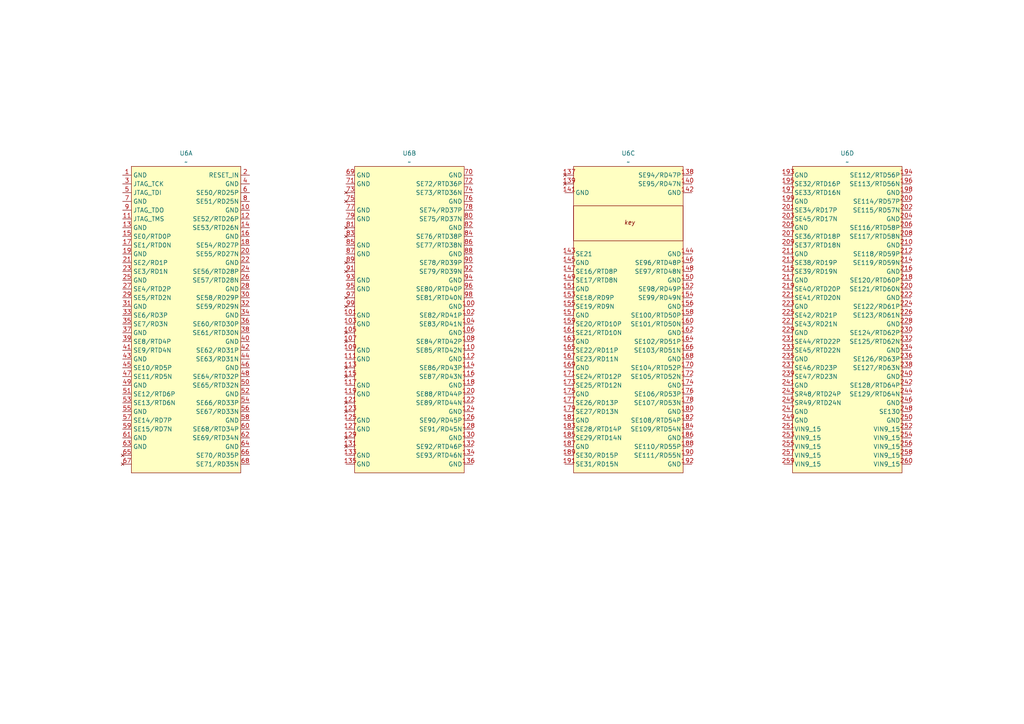
<source format=kicad_sch>
(kicad_sch (version 20231120) (generator "eeschema") (generator_version "8.0")
  (paper "A4")
  (title_block (title "${Project Designation}") (date "2024-06-30") (rev "${Revision}") (comment 1 "${Project Title}") (comment 2 "IO CONNECTOR") (comment 3 "${Part Number}"))
  (lib_symbols
    (symbol "ECAP5-BSOM:IO_CONN" (in_bom no)
      (property "Reference" "U" (at -16.51 45.72 0))
      (symbol "IO_CONN_1_0"
        (pin passive line (at -19.05 41.91 0) (length 2.54) (name "GND") (number "1"))
        (pin passive line (at 17.78 31.75 180) (length 2.54) (name "GND") (number "10"))
        (pin passive line (at -19.05 29.21 0) (length 2.54) (name "JTAG_TMS") (number "11"))
        (pin passive line (at 17.78 29.21 180) (length 2.54) (name "SE52/RTD26P") (number "12"))
        (pin passive line (at -19.05 26.67 0) (length 2.54) (name "GND") (number "13"))
        (pin passive line (at 17.78 26.67 180) (length 2.54) (name "SE53/RTD26N") (number "14"))
        (pin passive line (at -19.05 24.13 0) (length 2.54) (name "SE0/RTD0P") (number "15"))
        (pin passive line (at 17.78 24.13 180) (length 2.54) (name "GND") (number "16"))
        (pin passive line (at -19.05 21.59 0) (length 2.54) (name "SE1/RTD0N") (number "17"))
        (pin passive line (at 17.78 21.59 180) (length 2.54) (name "SE54/RD27P") (number "18"))
        (pin passive line (at -19.05 19.05 0) (length 2.54) (name "GND") (number "19"))
        (pin passive line (at 17.78 41.91 180) (length 2.54) (name "RESET_IN") (number "2"))
        (pin passive line (at 17.78 19.05 180) (length 2.54) (name "SE55/RD27N") (number "20"))
        (pin passive line (at -19.05 16.51 0) (length 2.54) (name "SE2/RD1P") (number "21"))
        (pin passive line (at 17.78 16.51 180) (length 2.54) (name "GND") (number "22"))
        (pin passive line (at -19.05 13.97 0) (length 2.54) (name "SE3/RD1N") (number "23"))
        (pin passive line (at 17.78 13.97 180) (length 2.54) (name "SE56/RTD28P") (number "24"))
        (pin passive line (at -19.05 11.43 0) (length 2.54) (name "GND") (number "25"))
        (pin passive line (at 17.78 11.43 180) (length 2.54) (name "SE57/RTD28N") (number "26"))
        (pin passive line (at -19.05 8.89 0) (length 2.54) (name "SE4/RTD2P") (number "27"))
        (pin passive line (at 17.78 8.89 180) (length 2.54) (name "GND") (number "28"))
        (pin passive line (at -19.05 6.35 0) (length 2.54) (name "SE5/RTD2N") (number "29"))
        (pin passive line (at -19.05 39.37 0) (length 2.54) (name "JTAG_TCK") (number "3"))
        (pin passive line (at 17.78 6.35 180) (length 2.54) (name "SE58/RD29P") (number "30"))
        (pin passive line (at -19.05 3.81 0) (length 2.54) (name "GND") (number "31"))
        (pin passive line (at 17.78 3.81 180) (length 2.54) (name "SE59/RD29N") (number "32"))
        (pin passive line (at -19.05 1.27 0) (length 2.54) (name "SE6/RD3P") (number "33"))
        (pin passive line (at 17.78 1.27 180) (length 2.54) (name "GND") (number "34"))
        (pin passive line (at -19.05 -1.27 0) (length 2.54) (name "SE7/RD3N") (number "35"))
        (pin passive line (at 17.78 -1.27 180) (length 2.54) (name "SE60/RTD30P") (number "36"))
        (pin passive line (at -19.05 -3.81 0) (length 2.54) (name "GND") (number "37"))
        (pin passive line (at 17.78 -3.81 180) (length 2.54) (name "SE61/RTD30N") (number "38"))
        (pin passive line (at -19.05 -6.35 0) (length 2.54) (name "SE8/RTD4P") (number "39"))
        (pin passive line (at 17.78 39.37 180) (length 2.54) (name "GND") (number "4"))
        (pin passive line (at 17.78 -6.35 180) (length 2.54) (name "GND") (number "40"))
        (pin passive line (at -19.05 -8.89 0) (length 2.54) (name "SE9/RTD4N") (number "41"))
        (pin passive line (at 17.78 -8.89 180) (length 2.54) (name "SE62/RD31P") (number "42"))
        (pin passive line (at -19.05 -11.43 0) (length 2.54) (name "GND") (number "43"))
        (pin passive line (at 17.78 -11.43 180) (length 2.54) (name "SE63/RD31N") (number "44"))
        (pin passive line (at -19.05 -13.97 0) (length 2.54) (name "SE10/RD5P") (number "45"))
        (pin passive line (at 17.78 -13.97 180) (length 2.54) (name "GND") (number "46"))
        (pin passive line (at -19.05 -16.51 0) (length 2.54) (name "SE11/RD5N") (number "47"))
        (pin passive line (at 17.78 -16.51 180) (length 2.54) (name "SE64/RTD32P") (number "48"))
        (pin passive line (at -19.05 -19.05 0) (length 2.54) (name "GND") (number "49"))
        (pin passive line (at -19.05 36.83 0) (length 2.54) (name "JTAG_TDI") (number "5"))
        (pin passive line (at 17.78 -19.05 180) (length 2.54) (name "SE65/RTD32N") (number "50"))
        (pin passive line (at -19.05 -21.59 0) (length 2.54) (name "SE12/RTD6P") (number "51"))
        (pin passive line (at 17.78 -21.59 180) (length 2.54) (name "GND") (number "52"))
        (pin passive line (at -19.05 -24.13 0) (length 2.54) (name "SE13/RTD6N") (number "53"))
        (pin passive line (at 17.78 -24.13 180) (length 2.54) (name "SE66/RD33P") (number "54"))
        (pin passive line (at -19.05 -26.67 0) (length 2.54) (name "GND") (number "55"))
        (pin passive line (at 17.78 -26.67 180) (length 2.54) (name "SE67/RD33N") (number "56"))
        (pin passive line (at -19.05 -29.21 0) (length 2.54) (name "SE14/RD7P") (number "57"))
        (pin passive line (at 17.78 -29.21 180) (length 2.54) (name "GND") (number "58"))
        (pin passive line (at -19.05 -31.75 0) (length 2.54) (name "SE15/RD7N") (number "59"))
        (pin passive line (at 17.78 36.83 180) (length 2.54) (name "SE50/RD25P") (number "6"))
        (pin passive line (at 17.78 -31.75 180) (length 2.54) (name "SE68/RTD34P") (number "60"))
        (pin passive line (at -19.05 -34.29 0) (length 2.54) (name "GND") (number "61"))
        (pin passive line (at 17.78 -34.29 180) (length 2.54) (name "SE69/RTD34N") (number "62"))
        (pin passive line (at -19.05 -36.83 0) (length 2.54) (name "GND") (number "63"))
        (pin passive line (at 17.78 -36.83 180) (length 2.54) (name "GND") (number "64"))
        (pin no_connect line (at -19.05 -39.37 0) (length 2.54) (name "") (number "65"))
        (pin passive line (at 17.78 -39.37 180) (length 2.54) (name "SE70/RD35P") (number "66"))
        (pin no_connect line (at -19.05 -41.91 0) (length 2.54) (name "") (number "67"))
        (pin passive line (at 17.78 -41.91 180) (length 2.54) (name "SE71/RD35N") (number "68"))
        (pin passive line (at -19.05 34.29 0) (length 2.54) (name "GND") (number "7"))
        (pin passive line (at 17.78 34.29 180) (length 2.54) (name "SE51/RD25N") (number "8"))
        (pin passive line (at -19.05 31.75 0) (length 2.54) (name "JTAG_TDO") (number "9"))
      )
      (symbol "IO_CONN_1_1"
        (rectangle (start -16.51 44.45) (end 15.24 -44.45) (fill (type background)))
      )
      (symbol "IO_CONN_2_0"
        (pin passive line (at 17.78 3.81 180) (length 2.54) (name "GND") (number "100"))
        (pin passive line (at -19.05 1.27 0) (length 2.54) (name "GND") (number "101"))
        (pin passive line (at 17.78 1.27 180) (length 2.54) (name "SE82/RD41P") (number "102"))
        (pin passive line (at -19.05 -1.27 0) (length 2.54) (name "GND") (number "103"))
        (pin passive line (at 17.78 -1.27 180) (length 2.54) (name "SE83/RD41N") (number "104"))
        (pin no_connect line (at -19.05 -3.81 0) (length 2.54) (name "") (number "105"))
        (pin passive line (at 17.78 -3.81 180) (length 2.54) (name "GND") (number "106"))
        (pin no_connect line (at -19.05 -6.35 0) (length 2.54) (name "") (number "107"))
        (pin passive line (at 17.78 -6.35 180) (length 2.54) (name "SE84/RTD42P") (number "108"))
        (pin passive line (at -19.05 -8.89 0) (length 2.54) (name "GND") (number "109"))
        (pin passive line (at 17.78 -8.89 180) (length 2.54) (name "SE85/RTD42N") (number "110"))
        (pin passive line (at -19.05 -11.43 0) (length 2.54) (name "GND") (number "111"))
        (pin passive line (at 17.78 -11.43 180) (length 2.54) (name "GND") (number "112"))
        (pin no_connect line (at -19.05 -13.97 0) (length 2.54) (name "") (number "113"))
        (pin passive line (at 17.78 -13.97 180) (length 2.54) (name "SE86/RD43P") (number "114"))
        (pin no_connect line (at -19.05 -16.51 0) (length 2.54) (name "") (number "115"))
        (pin passive line (at 17.78 -16.51 180) (length 2.54) (name "SE87/RD43N") (number "116"))
        (pin passive line (at -19.05 -19.05 0) (length 2.54) (name "GND") (number "117"))
        (pin passive line (at 17.78 -19.05 180) (length 2.54) (name "GND") (number "118"))
        (pin passive line (at -19.05 -21.59 0) (length 2.54) (name "GND") (number "119"))
        (pin passive line (at 17.78 -21.59 180) (length 2.54) (name "SE88/RTD44P") (number "120"))
        (pin no_connect line (at -19.05 -24.13 0) (length 2.54) (name "") (number "121"))
        (pin passive line (at 17.78 -24.13 180) (length 2.54) (name "SE89/RTD44N") (number "122"))
        (pin no_connect line (at -19.05 -26.67 0) (length 2.54) (name "") (number "123"))
        (pin passive line (at 17.78 -26.67 180) (length 2.54) (name "GND") (number "124"))
        (pin passive line (at -19.05 -29.21 0) (length 2.54) (name "GND") (number "125"))
        (pin passive line (at 17.78 -29.21 180) (length 2.54) (name "SE90/RD45P") (number "126"))
        (pin passive line (at -19.05 -31.75 0) (length 2.54) (name "GND") (number "127"))
        (pin passive line (at 17.78 -31.75 180) (length 2.54) (name "SE91/RD45N") (number "128"))
        (pin no_connect line (at -19.05 -34.29 0) (length 2.54) (name "") (number "129"))
        (pin passive line (at 17.78 -34.29 180) (length 2.54) (name "GND") (number "130"))
        (pin no_connect line (at -19.05 -36.83 0) (length 2.54) (name "") (number "131"))
        (pin passive line (at 17.78 -36.83 180) (length 2.54) (name "SE92/RTD46P") (number "132"))
        (pin passive line (at -19.05 -39.37 0) (length 2.54) (name "GND") (number "133"))
        (pin passive line (at 17.78 -39.37 180) (length 2.54) (name "SE93/RTD46N") (number "134"))
        (pin passive line (at -19.05 -41.91 0) (length 2.54) (name "GND") (number "135"))
        (pin passive line (at 17.78 -41.91 180) (length 2.54) (name "GND") (number "136"))
        (pin passive line (at -19.05 41.91 0) (length 2.54) (name "GND") (number "69"))
        (pin passive line (at 17.78 41.91 180) (length 2.54) (name "GND") (number "70"))
        (pin passive line (at -19.05 39.37 0) (length 2.54) (name "GND") (number "71"))
        (pin passive line (at 17.78 39.37 180) (length 2.54) (name "SE72/RTD36P") (number "72"))
        (pin no_connect line (at -19.05 36.83 0) (length 2.54) (name "") (number "73"))
        (pin passive line (at 17.78 36.83 180) (length 2.54) (name "SE73/RTD36N") (number "74"))
        (pin no_connect line (at -19.05 34.29 0) (length 2.54) (name "") (number "75"))
        (pin passive line (at 17.78 34.29 180) (length 2.54) (name "GND") (number "76"))
        (pin passive line (at -19.05 31.75 0) (length 2.54) (name "GND") (number "77"))
        (pin passive line (at 17.78 31.75 180) (length 2.54) (name "SE74/RD37P") (number "78"))
        (pin passive line (at -19.05 29.21 0) (length 2.54) (name "GND") (number "79"))
        (pin passive line (at 17.78 29.21 180) (length 2.54) (name "SE75/RD37N") (number "80"))
        (pin no_connect line (at -19.05 26.67 0) (length 2.54) (name "") (number "81"))
        (pin passive line (at 17.78 26.67 180) (length 2.54) (name "GND") (number "82"))
        (pin no_connect line (at -19.05 24.13 0) (length 2.54) (name "") (number "83"))
        (pin passive line (at 17.78 24.13 180) (length 2.54) (name "SE76/RTD38P") (number "84"))
        (pin passive line (at -19.05 21.59 0) (length 2.54) (name "GND") (number "85"))
        (pin passive line (at 17.78 21.59 180) (length 2.54) (name "SE77/RTD38N") (number "86"))
        (pin passive line (at -19.05 19.05 0) (length 2.54) (name "GND") (number "87"))
        (pin passive line (at 17.78 19.05 180) (length 2.54) (name "GND") (number "88"))
        (pin no_connect line (at -19.05 16.51 0) (length 2.54) (name "") (number "89"))
        (pin passive line (at 17.78 16.51 180) (length 2.54) (name "SE78/RD39P") (number "90"))
        (pin no_connect line (at -19.05 13.97 0) (length 2.54) (name "") (number "91"))
        (pin passive line (at 17.78 13.97 180) (length 2.54) (name "SE79/RD39N") (number "92"))
        (pin passive line (at -19.05 11.43 0) (length 2.54) (name "GND") (number "93"))
        (pin passive line (at 17.78 11.43 180) (length 2.54) (name "GND") (number "94"))
        (pin passive line (at -19.05 8.89 0) (length 2.54) (name "GND") (number "95"))
        (pin passive line (at 17.78 8.89 180) (length 2.54) (name "SE80/RTD40P") (number "96"))
        (pin no_connect line (at -19.05 6.35 0) (length 2.54) (name "") (number "97"))
        (pin passive line (at 17.78 6.35 180) (length 2.54) (name "SE81/RTD40N") (number "98"))
        (pin no_connect line (at -19.05 3.81 0) (length 2.54) (name "") (number "99"))
      )
      (symbol "IO_CONN_2_1"
        (rectangle (start -16.51 44.45) (end 15.24 -44.45) (fill (type background)))
      )
      (symbol "IO_CONN_3_0"
        (pin no_connect line (at -19.05 41.91 0) (length 2.54) (name "") (number "137"))
        (pin passive line (at 17.78 41.91 180) (length 2.54) (name "SE94/RD47P") (number "138"))
        (pin no_connect line (at -19.05 39.37 0) (length 2.54) (name "") (number "139"))
        (pin passive line (at 17.78 39.37 180) (length 2.54) (name "SE95/RD47N") (number "140"))
        (pin passive line (at -19.05 36.83 0) (length 2.54) (name "GND") (number "141"))
        (pin passive line (at 17.78 36.83 180) (length 2.54) (name "GND") (number "142"))
        (pin passive line (at -19.05 19.05 0) (length 2.54) (name "SE21") (number "143"))
        (pin passive line (at 17.78 19.05 180) (length 2.54) (name "GND") (number "144"))
        (pin passive line (at -19.05 16.51 0) (length 2.54) (name "GND") (number "145"))
        (pin passive line (at 17.78 16.51 180) (length 2.54) (name "SE96/RTD48P") (number "146"))
        (pin passive line (at -19.05 13.97 0) (length 2.54) (name "SE16/RTD8P") (number "147"))
        (pin passive line (at 17.78 13.97 180) (length 2.54) (name "SE97/RTD48N") (number "148"))
        (pin passive line (at -19.05 11.43 0) (length 2.54) (name "SE17/RTD8N") (number "149"))
        (pin passive line (at 17.78 11.43 180) (length 2.54) (name "GND") (number "150"))
        (pin passive line (at -19.05 8.89 0) (length 2.54) (name "GND") (number "151"))
        (pin passive line (at 17.78 8.89 180) (length 2.54) (name "SE98/RD49P") (number "152"))
        (pin passive line (at -19.05 6.35 0) (length 2.54) (name "SE18/RD9P") (number "153"))
        (pin passive line (at 17.78 6.35 180) (length 2.54) (name "SE99/RD49N") (number "154"))
        (pin passive line (at -19.05 3.81 0) (length 2.54) (name "SE19/RD9N") (number "155"))
        (pin passive line (at 17.78 3.81 180) (length 2.54) (name "GND") (number "156"))
        (pin passive line (at -19.05 1.27 0) (length 2.54) (name "GND") (number "157"))
        (pin passive line (at 17.78 1.27 180) (length 2.54) (name "SE100/RTD50P") (number "158"))
        (pin passive line (at -19.05 -1.27 0) (length 2.54) (name "SE20/RTD10P") (number "159"))
        (pin passive line (at 17.78 -1.27 180) (length 2.54) (name "SE101/RTD50N") (number "160"))
        (pin passive line (at -19.05 -3.81 0) (length 2.54) (name "SE21/RTD10N") (number "161"))
        (pin passive line (at 17.78 -3.81 180) (length 2.54) (name "GND") (number "162"))
        (pin passive line (at -19.05 -6.35 0) (length 2.54) (name "GND") (number "163"))
        (pin passive line (at 17.78 -6.35 180) (length 2.54) (name "SE102/RD51P") (number "164"))
        (pin passive line (at -19.05 -8.89 0) (length 2.54) (name "SE22/RD11P") (number "165"))
        (pin passive line (at 17.78 -8.89 180) (length 2.54) (name "SE103/RD51N") (number "166"))
        (pin passive line (at -19.05 -11.43 0) (length 2.54) (name "SE23/RD11N") (number "167"))
        (pin passive line (at 17.78 -11.43 180) (length 2.54) (name "GND") (number "168"))
        (pin passive line (at -19.05 -13.97 0) (length 2.54) (name "GND") (number "169"))
        (pin passive line (at 17.78 -13.97 180) (length 2.54) (name "SE104/RTD52P") (number "170"))
        (pin passive line (at -19.05 -16.51 0) (length 2.54) (name "SE24/RTD12P") (number "171"))
        (pin passive line (at 17.78 -16.51 180) (length 2.54) (name "SE105/RTD52N") (number "172"))
        (pin passive line (at -19.05 -19.05 0) (length 2.54) (name "SE25/RTD12N") (number "173"))
        (pin passive line (at 17.78 -19.05 180) (length 2.54) (name "GND") (number "174"))
        (pin passive line (at -19.05 -21.59 0) (length 2.54) (name "GND") (number "175"))
        (pin passive line (at 17.78 -21.59 180) (length 2.54) (name "SE106/RD53P") (number "176"))
        (pin passive line (at -19.05 -24.13 0) (length 2.54) (name "SE26/RD13P") (number "177"))
        (pin passive line (at 17.78 -24.13 180) (length 2.54) (name "SE107/RD53N") (number "178"))
        (pin passive line (at -19.05 -26.67 0) (length 2.54) (name "SE27/RD13N") (number "179"))
        (pin passive line (at 17.78 -26.67 180) (length 2.54) (name "GND") (number "180"))
        (pin passive line (at -19.05 -29.21 0) (length 2.54) (name "GND") (number "181"))
        (pin passive line (at 17.78 -29.21 180) (length 2.54) (name "SE108/RTD54P") (number "182"))
        (pin passive line (at -19.05 -31.75 0) (length 2.54) (name "SE28/RTD14P") (number "183"))
        (pin passive line (at 17.78 -31.75 180) (length 2.54) (name "SE109/RTD54N") (number "184"))
        (pin passive line (at -19.05 -34.29 0) (length 2.54) (name "SE29/RTD14N") (number "185"))
        (pin passive line (at 17.78 -34.29 180) (length 2.54) (name "GND") (number "186"))
        (pin passive line (at -19.05 -36.83 0) (length 2.54) (name "GND") (number "187"))
        (pin passive line (at 17.78 -36.83 180) (length 2.54) (name "SE110/RD55P") (number "188"))
        (pin passive line (at -19.05 -39.37 0) (length 2.54) (name "SE30/RD15P") (number "189"))
        (pin passive line (at 17.78 -39.37 180) (length 2.54) (name "SE111/RD55N") (number "190"))
        (pin passive line (at -19.05 -41.91 0) (length 2.54) (name "SE31/RD15N") (number "191"))
        (pin passive line (at 17.78 -41.91 180) (length 2.54) (name "GND") (number "192"))
      )
      (symbol "IO_CONN_3_1"
        (rectangle (start -16.51 33.02) (end 15.24 22.86))
        (rectangle (start -16.51 44.45) (end 15.24 -44.45) (fill (type background)))
        (text "key" (at -0.254 28.194 0) (effects (font (size 1.27 1.27) (italic yes))))
      )
      (symbol "IO_CONN_4_0"
        (pin passive line (at -19.05 41.91 0) (length 2.54) (name "GND") (number "193"))
        (pin passive line (at 17.78 41.91 180) (length 2.54) (name "SE112/RTD56P") (number "194"))
        (pin passive line (at -19.05 39.37 0) (length 2.54) (name "SE32/RTD16P") (number "195"))
        (pin passive line (at 17.78 39.37 180) (length 2.54) (name "SE113/RTD56N") (number "196"))
        (pin passive line (at -19.05 36.83 0) (length 2.54) (name "SE33/RTD16N") (number "197"))
        (pin passive line (at 17.78 36.83 180) (length 2.54) (name "GND") (number "198"))
        (pin passive line (at -19.05 34.29 0) (length 2.54) (name "GND") (number "199"))
        (pin passive line (at 17.78 34.29 180) (length 2.54) (name "SE114/RD57P") (number "200"))
        (pin passive line (at -19.05 31.75 0) (length 2.54) (name "SE34/RD17P") (number "201"))
        (pin passive line (at 17.78 31.75 180) (length 2.54) (name "SE115/RD57N") (number "202"))
        (pin passive line (at -19.05 29.21 0) (length 2.54) (name "SE45/RD17N") (number "203"))
        (pin passive line (at 17.78 29.21 180) (length 2.54) (name "GND") (number "204"))
        (pin passive line (at -19.05 26.67 0) (length 2.54) (name "GND") (number "205"))
        (pin passive line (at 17.78 26.67 180) (length 2.54) (name "SE116/RTD58P") (number "206"))
        (pin passive line (at -19.05 24.13 0) (length 2.54) (name "SE36/RTD18P") (number "207"))
        (pin passive line (at 17.78 24.13 180) (length 2.54) (name "SE117/RTD58N") (number "208"))
        (pin passive line (at -19.05 21.59 0) (length 2.54) (name "SE37/RTD18N") (number "209"))
        (pin passive line (at 17.78 21.59 180) (length 2.54) (name "GND") (number "210"))
        (pin passive line (at -19.05 19.05 0) (length 2.54) (name "GND") (number "211"))
        (pin passive line (at 17.78 19.05 180) (length 2.54) (name "SE118/RD59P") (number "212"))
        (pin passive line (at -19.05 16.51 0) (length 2.54) (name "SE38/RD19P") (number "213"))
        (pin passive line (at 17.78 16.51 180) (length 2.54) (name "SE119/RD59N") (number "214"))
        (pin passive line (at -19.05 13.97 0) (length 2.54) (name "SE39/RD19N") (number "215"))
        (pin passive line (at 17.78 13.97 180) (length 2.54) (name "GND") (number "216"))
        (pin passive line (at -19.05 11.43 0) (length 2.54) (name "GND") (number "217"))
        (pin passive line (at 17.78 11.43 180) (length 2.54) (name "SE120/RTD60P") (number "218"))
        (pin passive line (at -19.05 8.89 0) (length 2.54) (name "SE40/RTD20P") (number "219"))
        (pin passive line (at 17.78 8.89 180) (length 2.54) (name "SE121/RTD60N") (number "220"))
        (pin passive line (at -19.05 6.35 0) (length 2.54) (name "SE41/RTD20N") (number "221"))
        (pin passive line (at 17.78 6.35 180) (length 2.54) (name "GND") (number "222"))
        (pin passive line (at -19.05 3.81 0) (length 2.54) (name "GND") (number "223"))
        (pin passive line (at 17.78 3.81 180) (length 2.54) (name "SE122/RD61P") (number "224"))
        (pin passive line (at -19.05 1.27 0) (length 2.54) (name "SE42/RD21P") (number "225"))
        (pin passive line (at 17.78 1.27 180) (length 2.54) (name "SE123/RD61N") (number "226"))
        (pin passive line (at -19.05 -1.27 0) (length 2.54) (name "SE43/RD21N") (number "227"))
        (pin passive line (at 17.78 -1.27 180) (length 2.54) (name "GND") (number "228"))
        (pin passive line (at -19.05 -3.81 0) (length 2.54) (name "GND") (number "229"))
        (pin passive line (at 17.78 -3.81 180) (length 2.54) (name "SE124/RTD62P") (number "230"))
        (pin passive line (at -19.05 -6.35 0) (length 2.54) (name "SE44/RTD22P") (number "231"))
        (pin passive line (at 17.78 -6.35 180) (length 2.54) (name "SE125/RTD62N") (number "232"))
        (pin passive line (at -19.05 -8.89 0) (length 2.54) (name "SE45/RTD22N") (number "233"))
        (pin passive line (at 17.78 -8.89 180) (length 2.54) (name "GND") (number "234"))
        (pin passive line (at -19.05 -11.43 0) (length 2.54) (name "GND") (number "235"))
        (pin passive line (at 17.78 -11.43 180) (length 2.54) (name "SE126/RD63P") (number "236"))
        (pin passive line (at -19.05 -13.97 0) (length 2.54) (name "SE46/RD23P") (number "237"))
        (pin passive line (at 17.78 -13.97 180) (length 2.54) (name "SE127/RD63N") (number "238"))
        (pin passive line (at -19.05 -16.51 0) (length 2.54) (name "SE47/RD23N") (number "239"))
        (pin passive line (at 17.78 -16.51 180) (length 2.54) (name "GND") (number "240"))
        (pin passive line (at -19.05 -19.05 0) (length 2.54) (name "GND") (number "241"))
        (pin passive line (at 17.78 -19.05 180) (length 2.54) (name "SE128/RTD64P") (number "242"))
        (pin passive line (at -19.05 -21.59 0) (length 2.54) (name "SR48/RTD24P") (number "243"))
        (pin passive line (at 17.78 -21.59 180) (length 2.54) (name "SE129/RTD64N") (number "244"))
        (pin passive line (at -19.05 -24.13 0) (length 2.54) (name "SR49/RTD24N") (number "245"))
        (pin passive line (at 17.78 -24.13 180) (length 2.54) (name "GND") (number "246"))
        (pin passive line (at -19.05 -26.67 0) (length 2.54) (name "GND") (number "247"))
        (pin passive line (at 17.78 -26.67 180) (length 2.54) (name "SE130") (number "248"))
        (pin passive line (at -19.05 -29.21 0) (length 2.54) (name "GND") (number "249"))
        (pin passive line (at 17.78 -29.21 180) (length 2.54) (name "GND") (number "250"))
        (pin passive line (at -19.05 -31.75 0) (length 2.54) (name "VIN9_15") (number "251"))
        (pin passive line (at 17.78 -31.75 180) (length 2.54) (name "VIN9_15") (number "252"))
        (pin passive line (at -19.05 -34.29 0) (length 2.54) (name "VIN9_15") (number "253"))
        (pin passive line (at 17.78 -34.29 180) (length 2.54) (name "VIN9_15") (number "254"))
        (pin passive line (at -19.05 -36.83 0) (length 2.54) (name "VIN9_15") (number "255"))
        (pin passive line (at 17.78 -36.83 180) (length 2.54) (name "VIN9_15") (number "256"))
        (pin passive line (at -19.05 -39.37 0) (length 2.54) (name "VIN9_15") (number "257"))
        (pin passive line (at 17.78 -39.37 180) (length 2.54) (name "VIN9_15") (number "258"))
        (pin passive line (at -19.05 -41.91 0) (length 2.54) (name "VIN9_15") (number "259"))
        (pin passive line (at 17.78 -41.91 180) (length 2.54) (name "VIN9_15") (number "260"))
      )
      (symbol "IO_CONN_4_1"
        (rectangle (start -16.51 44.45) (end 15.24 -44.45) (fill (type background)))
      )
    )
  )
  (symbol (lib_id "ECAP5-BSOM:IO_CONN") (at 246.38 92.71 0) (unit 4) (in_bom no)
    (property "Reference" "U6" (at 245.745 44.45 0))
    (property "Value" "~" (at 245.745 46.99 0))
  )
  (symbol (lib_id "ECAP5-BSOM:IO_CONN") (at 119.38 92.71 0) (unit 2) (in_bom no)
    (property "Reference" "U6" (at 118.745 44.45 0))
    (property "Value" "~" (at 118.745 46.99 0))
  )
  (symbol (lib_id "ECAP5-BSOM:IO_CONN") (at 182.88 92.71 0) (unit 3) (in_bom no)
    (property "Reference" "U6" (at 182.245 44.45 0))
    (property "Value" "~" (at 182.245 46.99 0))
  )
  (symbol (lib_id "ECAP5-BSOM:IO_CONN") (at 54.61 92.71 0) (unit 1) (in_bom no)
    (property "Reference" "U6" (at 53.975 44.45 0))
    (property "Value" "~" (at 53.975 46.99 0))
  )
)
</source>
